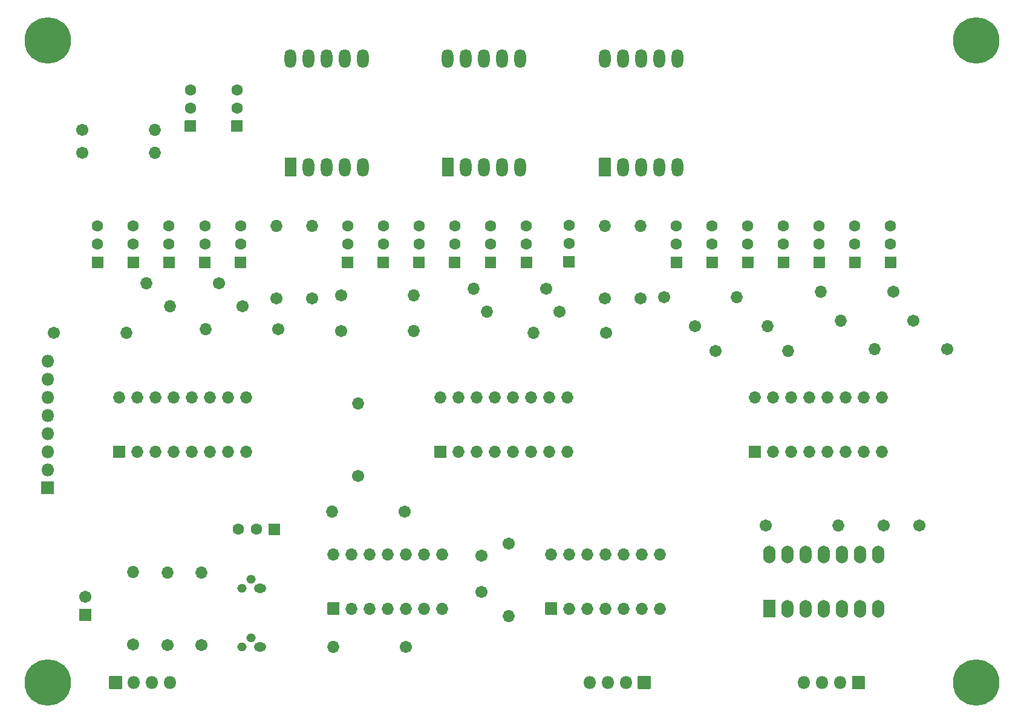
<source format=gbr>
%TF.GenerationSoftware,KiCad,Pcbnew,(5.1.10-1-10_14)*%
%TF.CreationDate,2021-06-26T21:10:23+10:00*%
%TF.ProjectId,Octal display,4f637461-6c20-4646-9973-706c61792e6b,rev?*%
%TF.SameCoordinates,Original*%
%TF.FileFunction,Soldermask,Top*%
%TF.FilePolarity,Negative*%
%FSLAX46Y46*%
G04 Gerber Fmt 4.6, Leading zero omitted, Abs format (unit mm)*
G04 Created by KiCad (PCBNEW (5.1.10-1-10_14)) date 2021-06-26 21:10:23*
%MOMM*%
%LPD*%
G01*
G04 APERTURE LIST*
%ADD10O,1.802000X1.802000*%
%ADD11C,1.702000*%
%ADD12O,1.702000X1.702000*%
%ADD13O,1.302000X1.302000*%
%ADD14O,1.702000X1.302000*%
%ADD15C,1.602000*%
%ADD16C,0.902000*%
%ADD17C,6.502000*%
%ADD18O,1.626000X2.626000*%
%ADD19O,1.702000X2.502000*%
G04 APERTURE END LIST*
D10*
%TO.C,J4*%
X72120000Y-145000000D03*
X69580000Y-145000000D03*
X67040000Y-145000000D03*
G36*
G01*
X63650000Y-144099000D02*
X65350000Y-144099000D01*
G75*
G02*
X65401000Y-144150000I0J-51000D01*
G01*
X65401000Y-145850000D01*
G75*
G02*
X65350000Y-145901000I-51000J0D01*
G01*
X63650000Y-145901000D01*
G75*
G02*
X63599000Y-145850000I0J51000D01*
G01*
X63599000Y-144150000D01*
G75*
G02*
X63650000Y-144099000I51000J0D01*
G01*
G37*
%TD*%
D11*
%TO.C,C2*%
X115750000Y-127250000D03*
X115750000Y-132250000D03*
%TD*%
%TO.C,C3*%
X60250000Y-133000000D03*
G36*
G01*
X61050000Y-136351000D02*
X59450000Y-136351000D01*
G75*
G02*
X59399000Y-136300000I0J51000D01*
G01*
X59399000Y-134700000D01*
G75*
G02*
X59450000Y-134649000I51000J0D01*
G01*
X61050000Y-134649000D01*
G75*
G02*
X61101000Y-134700000I0J-51000D01*
G01*
X61101000Y-136300000D01*
G75*
G02*
X61050000Y-136351000I-51000J0D01*
G01*
G37*
%TD*%
D12*
%TO.C,R29*%
X67000000Y-129500000D03*
D11*
X67000000Y-139660000D03*
%TD*%
D12*
%TO.C,R28*%
X71750000Y-129590000D03*
D11*
X71750000Y-139750000D03*
%TD*%
D13*
%TO.C,Q24*%
X82210000Y-140000000D03*
X83480000Y-138730000D03*
D14*
X84750000Y-140000000D03*
%TD*%
D13*
%TO.C,Q23*%
X82210000Y-131750000D03*
X83480000Y-130480000D03*
D14*
X84750000Y-131750000D03*
%TD*%
%TO.C,D1*%
G36*
G01*
X87551000Y-122750000D02*
X87551000Y-124250000D01*
G75*
G02*
X87500000Y-124301000I-51000J0D01*
G01*
X86000000Y-124301000D01*
G75*
G02*
X85949000Y-124250000I0J51000D01*
G01*
X85949000Y-122750000D01*
G75*
G02*
X86000000Y-122699000I51000J0D01*
G01*
X87500000Y-122699000D01*
G75*
G02*
X87551000Y-122750000I0J-51000D01*
G01*
G37*
D15*
X81670000Y-123500000D03*
X84210000Y-123500000D03*
%TD*%
D12*
%TO.C,U6*%
X95000000Y-127000000D03*
X110240000Y-134620000D03*
X97540000Y-127000000D03*
X107700000Y-134620000D03*
X100080000Y-127000000D03*
X105160000Y-134620000D03*
X102620000Y-127000000D03*
X102620000Y-134620000D03*
X105160000Y-127000000D03*
X100080000Y-134620000D03*
X107700000Y-127000000D03*
X97540000Y-134620000D03*
X110240000Y-127000000D03*
G36*
G01*
X95800000Y-135471000D02*
X94200000Y-135471000D01*
G75*
G02*
X94149000Y-135420000I0J51000D01*
G01*
X94149000Y-133820000D01*
G75*
G02*
X94200000Y-133769000I51000J0D01*
G01*
X95800000Y-133769000D01*
G75*
G02*
X95851000Y-133820000I0J-51000D01*
G01*
X95851000Y-135420000D01*
G75*
G02*
X95800000Y-135471000I-51000J0D01*
G01*
G37*
%TD*%
%TO.C,R27*%
X98500000Y-105840000D03*
D11*
X98500000Y-116000000D03*
%TD*%
D12*
%TO.C,R26*%
X95000000Y-140000000D03*
D11*
X105160000Y-140000000D03*
%TD*%
D12*
%TO.C,R25*%
X76500000Y-129590000D03*
D11*
X76500000Y-139750000D03*
%TD*%
D12*
%TO.C,R24*%
X94840000Y-121000000D03*
D11*
X105000000Y-121000000D03*
%TD*%
D12*
%TO.C,R23*%
X119500000Y-135660000D03*
D11*
X119500000Y-125500000D03*
%TD*%
D10*
%TO.C,J3*%
X130880000Y-145000000D03*
X133420000Y-145000000D03*
X135960000Y-145000000D03*
G36*
G01*
X139350000Y-145901000D02*
X137650000Y-145901000D01*
G75*
G02*
X137599000Y-145850000I0J51000D01*
G01*
X137599000Y-144150000D01*
G75*
G02*
X137650000Y-144099000I51000J0D01*
G01*
X139350000Y-144099000D01*
G75*
G02*
X139401000Y-144150000I0J-51000D01*
G01*
X139401000Y-145850000D01*
G75*
G02*
X139350000Y-145901000I-51000J0D01*
G01*
G37*
%TD*%
D12*
%TO.C,U5*%
X125500000Y-127000000D03*
X140740000Y-134620000D03*
X128040000Y-127000000D03*
X138200000Y-134620000D03*
X130580000Y-127000000D03*
X135660000Y-134620000D03*
X133120000Y-127000000D03*
X133120000Y-134620000D03*
X135660000Y-127000000D03*
X130580000Y-134620000D03*
X138200000Y-127000000D03*
X128040000Y-134620000D03*
X140740000Y-127000000D03*
G36*
G01*
X126300000Y-135471000D02*
X124700000Y-135471000D01*
G75*
G02*
X124649000Y-135420000I0J51000D01*
G01*
X124649000Y-133820000D01*
G75*
G02*
X124700000Y-133769000I51000J0D01*
G01*
X126300000Y-133769000D01*
G75*
G02*
X126351000Y-133820000I0J-51000D01*
G01*
X126351000Y-135420000D01*
G75*
G02*
X126300000Y-135471000I-51000J0D01*
G01*
G37*
%TD*%
%TO.C,R22*%
X165660000Y-123000000D03*
D11*
X155500000Y-123000000D03*
%TD*%
%TO.C,C1*%
X177000000Y-123000000D03*
X172000000Y-123000000D03*
%TD*%
D16*
%TO.C,H4*%
X56697056Y-143302944D03*
X55000000Y-142600000D03*
X53302944Y-143302944D03*
X52600000Y-145000000D03*
X53302944Y-146697056D03*
X55000000Y-147400000D03*
X56697056Y-146697056D03*
X57400000Y-145000000D03*
D17*
X55000000Y-145000000D03*
%TD*%
D16*
%TO.C,H3*%
X186697056Y-143302944D03*
X185000000Y-142600000D03*
X183302944Y-143302944D03*
X182600000Y-145000000D03*
X183302944Y-146697056D03*
X185000000Y-147400000D03*
X186697056Y-146697056D03*
X187400000Y-145000000D03*
D17*
X185000000Y-145000000D03*
%TD*%
D16*
%TO.C,H2*%
X186697056Y-53302944D03*
X185000000Y-52600000D03*
X183302944Y-53302944D03*
X182600000Y-55000000D03*
X183302944Y-56697056D03*
X185000000Y-57400000D03*
X186697056Y-56697056D03*
X187400000Y-55000000D03*
D17*
X185000000Y-55000000D03*
%TD*%
D16*
%TO.C,H1*%
X56697056Y-53302944D03*
X55000000Y-52600000D03*
X53302944Y-53302944D03*
X52600000Y-55000000D03*
X53302944Y-56697056D03*
X55000000Y-57400000D03*
X56697056Y-56697056D03*
X57400000Y-55000000D03*
D17*
X55000000Y-55000000D03*
%TD*%
D10*
%TO.C,J2*%
X160880000Y-145000000D03*
X163420000Y-145000000D03*
X165960000Y-145000000D03*
G36*
G01*
X169350000Y-145901000D02*
X167650000Y-145901000D01*
G75*
G02*
X167599000Y-145850000I0J51000D01*
G01*
X167599000Y-144150000D01*
G75*
G02*
X167650000Y-144099000I51000J0D01*
G01*
X169350000Y-144099000D01*
G75*
G02*
X169401000Y-144150000I0J-51000D01*
G01*
X169401000Y-145850000D01*
G75*
G02*
X169350000Y-145901000I-51000J0D01*
G01*
G37*
%TD*%
%TO.C,J1*%
X55000000Y-99920000D03*
X55000000Y-102460000D03*
X55000000Y-105000000D03*
X55000000Y-107540000D03*
X55000000Y-110080000D03*
X55000000Y-112620000D03*
X55000000Y-115160000D03*
G36*
G01*
X54099000Y-118550000D02*
X54099000Y-116850000D01*
G75*
G02*
X54150000Y-116799000I51000J0D01*
G01*
X55850000Y-116799000D01*
G75*
G02*
X55901000Y-116850000I0J-51000D01*
G01*
X55901000Y-118550000D01*
G75*
G02*
X55850000Y-118601000I-51000J0D01*
G01*
X54150000Y-118601000D01*
G75*
G02*
X54099000Y-118550000I0J51000D01*
G01*
G37*
%TD*%
%TO.C,AFF2*%
G36*
G01*
X110187000Y-74002000D02*
X110187000Y-71478000D01*
G75*
G02*
X110238000Y-71427000I51000J0D01*
G01*
X111762000Y-71427000D01*
G75*
G02*
X111813000Y-71478000I0J-51000D01*
G01*
X111813000Y-74002000D01*
G75*
G02*
X111762000Y-74053000I-51000J0D01*
G01*
X110238000Y-74053000D01*
G75*
G02*
X110187000Y-74002000I0J51000D01*
G01*
G37*
D18*
X113540000Y-72740000D03*
X116080000Y-72740000D03*
X118620000Y-72740000D03*
X121160000Y-72740000D03*
X121160000Y-57500000D03*
X118620000Y-57500000D03*
X116080000Y-57500000D03*
X113540000Y-57500000D03*
X111000000Y-57500000D03*
%TD*%
D12*
%TO.C,R2*%
X68840000Y-89000000D03*
D11*
X79000000Y-89000000D03*
%TD*%
D12*
%TO.C,U2*%
X65000000Y-105000000D03*
X82780000Y-112620000D03*
X67540000Y-105000000D03*
X80240000Y-112620000D03*
X70080000Y-105000000D03*
X77700000Y-112620000D03*
X72620000Y-105000000D03*
X75160000Y-112620000D03*
X75160000Y-105000000D03*
X72620000Y-112620000D03*
X77700000Y-105000000D03*
X70080000Y-112620000D03*
X80240000Y-105000000D03*
X67540000Y-112620000D03*
X82780000Y-105000000D03*
G36*
G01*
X65800000Y-113471000D02*
X64200000Y-113471000D01*
G75*
G02*
X64149000Y-113420000I0J51000D01*
G01*
X64149000Y-111820000D01*
G75*
G02*
X64200000Y-111769000I51000J0D01*
G01*
X65800000Y-111769000D01*
G75*
G02*
X65851000Y-111820000I0J-51000D01*
G01*
X65851000Y-113420000D01*
G75*
G02*
X65800000Y-113471000I-51000J0D01*
G01*
G37*
%TD*%
%TO.C,U4*%
X154000000Y-105000000D03*
X171780000Y-112620000D03*
X156540000Y-105000000D03*
X169240000Y-112620000D03*
X159080000Y-105000000D03*
X166700000Y-112620000D03*
X161620000Y-105000000D03*
X164160000Y-112620000D03*
X164160000Y-105000000D03*
X161620000Y-112620000D03*
X166700000Y-105000000D03*
X159080000Y-112620000D03*
X169240000Y-105000000D03*
X156540000Y-112620000D03*
X171780000Y-105000000D03*
G36*
G01*
X154800000Y-113471000D02*
X153200000Y-113471000D01*
G75*
G02*
X153149000Y-113420000I0J51000D01*
G01*
X153149000Y-111820000D01*
G75*
G02*
X153200000Y-111769000I51000J0D01*
G01*
X154800000Y-111769000D01*
G75*
G02*
X154851000Y-111820000I0J-51000D01*
G01*
X154851000Y-113420000D01*
G75*
G02*
X154800000Y-113471000I-51000J0D01*
G01*
G37*
%TD*%
%TO.C,U3*%
X110000000Y-105000000D03*
X127780000Y-112620000D03*
X112540000Y-105000000D03*
X125240000Y-112620000D03*
X115080000Y-105000000D03*
X122700000Y-112620000D03*
X117620000Y-105000000D03*
X120160000Y-112620000D03*
X120160000Y-105000000D03*
X117620000Y-112620000D03*
X122700000Y-105000000D03*
X115080000Y-112620000D03*
X125240000Y-105000000D03*
X112540000Y-112620000D03*
X127780000Y-105000000D03*
G36*
G01*
X110800000Y-113471000D02*
X109200000Y-113471000D01*
G75*
G02*
X109149000Y-113420000I0J51000D01*
G01*
X109149000Y-111820000D01*
G75*
G02*
X109200000Y-111769000I51000J0D01*
G01*
X110800000Y-111769000D01*
G75*
G02*
X110851000Y-111820000I0J-51000D01*
G01*
X110851000Y-113420000D01*
G75*
G02*
X110800000Y-113471000I-51000J0D01*
G01*
G37*
%TD*%
D19*
%TO.C,U1*%
X156000000Y-127000000D03*
X171240000Y-134620000D03*
X158540000Y-127000000D03*
X168700000Y-134620000D03*
X161080000Y-127000000D03*
X166160000Y-134620000D03*
X163620000Y-127000000D03*
X163620000Y-134620000D03*
X166160000Y-127000000D03*
X161080000Y-134620000D03*
X168700000Y-127000000D03*
X158540000Y-134620000D03*
X171240000Y-127000000D03*
G36*
G01*
X156800000Y-135871000D02*
X155200000Y-135871000D01*
G75*
G02*
X155149000Y-135820000I0J51000D01*
G01*
X155149000Y-133420000D01*
G75*
G02*
X155200000Y-133369000I51000J0D01*
G01*
X156800000Y-133369000D01*
G75*
G02*
X156851000Y-133420000I0J-51000D01*
G01*
X156851000Y-135820000D01*
G75*
G02*
X156800000Y-135871000I-51000J0D01*
G01*
G37*
%TD*%
D12*
%TO.C,R21*%
X151500000Y-91000000D03*
D11*
X141340000Y-91000000D03*
%TD*%
D12*
%TO.C,R20*%
X138000000Y-81000000D03*
D11*
X138000000Y-91160000D03*
%TD*%
D12*
%TO.C,R19*%
X170750000Y-98250000D03*
D11*
X180910000Y-98250000D03*
%TD*%
D12*
%TO.C,R18*%
X166000000Y-94250000D03*
D11*
X176160000Y-94250000D03*
%TD*%
D12*
%TO.C,R17*%
X163250000Y-90250000D03*
D11*
X173410000Y-90250000D03*
%TD*%
D12*
%TO.C,R16*%
X158660000Y-98500000D03*
D11*
X148500000Y-98500000D03*
%TD*%
D12*
%TO.C,R15*%
X155750000Y-95000000D03*
D11*
X145590000Y-95000000D03*
%TD*%
D12*
%TO.C,R14*%
X106250000Y-95750000D03*
D11*
X96090000Y-95750000D03*
%TD*%
D12*
%TO.C,R13*%
X92000000Y-81000000D03*
D11*
X92000000Y-91160000D03*
%TD*%
D12*
%TO.C,R12*%
X133000000Y-81000000D03*
D11*
X133000000Y-91160000D03*
%TD*%
D12*
%TO.C,R11*%
X123000000Y-96000000D03*
D11*
X133160000Y-96000000D03*
%TD*%
D12*
%TO.C,R10*%
X116500000Y-93000000D03*
D11*
X126660000Y-93000000D03*
%TD*%
D12*
%TO.C,R9*%
X114590000Y-89750000D03*
D11*
X124750000Y-89750000D03*
%TD*%
D12*
%TO.C,R8*%
X106250000Y-90750000D03*
D11*
X96090000Y-90750000D03*
%TD*%
D12*
%TO.C,R7*%
X70000000Y-70750000D03*
D11*
X59840000Y-70750000D03*
%TD*%
D12*
%TO.C,R6*%
X70000000Y-67500000D03*
D11*
X59840000Y-67500000D03*
%TD*%
D12*
%TO.C,R5*%
X87000000Y-81000000D03*
D11*
X87000000Y-91160000D03*
%TD*%
D12*
%TO.C,R4*%
X77090000Y-95500000D03*
D11*
X87250000Y-95500000D03*
%TD*%
D12*
%TO.C,R3*%
X72090000Y-92250000D03*
D11*
X82250000Y-92250000D03*
%TD*%
D12*
%TO.C,R1*%
X66000000Y-96000000D03*
D11*
X55840000Y-96000000D03*
%TD*%
%TO.C,Q21*%
G36*
G01*
X148750000Y-86881000D02*
X147250000Y-86881000D01*
G75*
G02*
X147199000Y-86830000I0J51000D01*
G01*
X147199000Y-85330000D01*
G75*
G02*
X147250000Y-85279000I51000J0D01*
G01*
X148750000Y-85279000D01*
G75*
G02*
X148801000Y-85330000I0J-51000D01*
G01*
X148801000Y-86830000D01*
G75*
G02*
X148750000Y-86881000I-51000J0D01*
G01*
G37*
D15*
X148000000Y-81000000D03*
X148000000Y-83540000D03*
%TD*%
%TO.C,Q20*%
G36*
G01*
X143750000Y-86881000D02*
X142250000Y-86881000D01*
G75*
G02*
X142199000Y-86830000I0J51000D01*
G01*
X142199000Y-85330000D01*
G75*
G02*
X142250000Y-85279000I51000J0D01*
G01*
X143750000Y-85279000D01*
G75*
G02*
X143801000Y-85330000I0J-51000D01*
G01*
X143801000Y-86830000D01*
G75*
G02*
X143750000Y-86881000I-51000J0D01*
G01*
G37*
X143000000Y-81000000D03*
X143000000Y-83540000D03*
%TD*%
%TO.C,Q19*%
G36*
G01*
X173750000Y-86881000D02*
X172250000Y-86881000D01*
G75*
G02*
X172199000Y-86830000I0J51000D01*
G01*
X172199000Y-85330000D01*
G75*
G02*
X172250000Y-85279000I51000J0D01*
G01*
X173750000Y-85279000D01*
G75*
G02*
X173801000Y-85330000I0J-51000D01*
G01*
X173801000Y-86830000D01*
G75*
G02*
X173750000Y-86881000I-51000J0D01*
G01*
G37*
X173000000Y-81000000D03*
X173000000Y-83540000D03*
%TD*%
%TO.C,Q18*%
G36*
G01*
X168750000Y-86881000D02*
X167250000Y-86881000D01*
G75*
G02*
X167199000Y-86830000I0J51000D01*
G01*
X167199000Y-85330000D01*
G75*
G02*
X167250000Y-85279000I51000J0D01*
G01*
X168750000Y-85279000D01*
G75*
G02*
X168801000Y-85330000I0J-51000D01*
G01*
X168801000Y-86830000D01*
G75*
G02*
X168750000Y-86881000I-51000J0D01*
G01*
G37*
X168000000Y-81000000D03*
X168000000Y-83540000D03*
%TD*%
%TO.C,Q17*%
G36*
G01*
X163750000Y-86881000D02*
X162250000Y-86881000D01*
G75*
G02*
X162199000Y-86830000I0J51000D01*
G01*
X162199000Y-85330000D01*
G75*
G02*
X162250000Y-85279000I51000J0D01*
G01*
X163750000Y-85279000D01*
G75*
G02*
X163801000Y-85330000I0J-51000D01*
G01*
X163801000Y-86830000D01*
G75*
G02*
X163750000Y-86881000I-51000J0D01*
G01*
G37*
X163000000Y-81000000D03*
X163000000Y-83540000D03*
%TD*%
%TO.C,Q16*%
G36*
G01*
X158750000Y-86881000D02*
X157250000Y-86881000D01*
G75*
G02*
X157199000Y-86830000I0J51000D01*
G01*
X157199000Y-85330000D01*
G75*
G02*
X157250000Y-85279000I51000J0D01*
G01*
X158750000Y-85279000D01*
G75*
G02*
X158801000Y-85330000I0J-51000D01*
G01*
X158801000Y-86830000D01*
G75*
G02*
X158750000Y-86881000I-51000J0D01*
G01*
G37*
X158000000Y-81000000D03*
X158000000Y-83540000D03*
%TD*%
%TO.C,Q15*%
G36*
G01*
X153750000Y-86881000D02*
X152250000Y-86881000D01*
G75*
G02*
X152199000Y-86830000I0J51000D01*
G01*
X152199000Y-85330000D01*
G75*
G02*
X152250000Y-85279000I51000J0D01*
G01*
X153750000Y-85279000D01*
G75*
G02*
X153801000Y-85330000I0J-51000D01*
G01*
X153801000Y-86830000D01*
G75*
G02*
X153750000Y-86881000I-51000J0D01*
G01*
G37*
X153000000Y-81000000D03*
X153000000Y-83540000D03*
%TD*%
%TO.C,Q14*%
G36*
G01*
X102750000Y-86881000D02*
X101250000Y-86881000D01*
G75*
G02*
X101199000Y-86830000I0J51000D01*
G01*
X101199000Y-85330000D01*
G75*
G02*
X101250000Y-85279000I51000J0D01*
G01*
X102750000Y-85279000D01*
G75*
G02*
X102801000Y-85330000I0J-51000D01*
G01*
X102801000Y-86830000D01*
G75*
G02*
X102750000Y-86881000I-51000J0D01*
G01*
G37*
X102000000Y-81000000D03*
X102000000Y-83540000D03*
%TD*%
%TO.C,Q13*%
G36*
G01*
X97750000Y-86881000D02*
X96250000Y-86881000D01*
G75*
G02*
X96199000Y-86830000I0J51000D01*
G01*
X96199000Y-85330000D01*
G75*
G02*
X96250000Y-85279000I51000J0D01*
G01*
X97750000Y-85279000D01*
G75*
G02*
X97801000Y-85330000I0J-51000D01*
G01*
X97801000Y-86830000D01*
G75*
G02*
X97750000Y-86881000I-51000J0D01*
G01*
G37*
X97000000Y-81000000D03*
X97000000Y-83540000D03*
%TD*%
%TO.C,Q12*%
G36*
G01*
X128750000Y-86801000D02*
X127250000Y-86801000D01*
G75*
G02*
X127199000Y-86750000I0J51000D01*
G01*
X127199000Y-85250000D01*
G75*
G02*
X127250000Y-85199000I51000J0D01*
G01*
X128750000Y-85199000D01*
G75*
G02*
X128801000Y-85250000I0J-51000D01*
G01*
X128801000Y-86750000D01*
G75*
G02*
X128750000Y-86801000I-51000J0D01*
G01*
G37*
X128000000Y-80920000D03*
X128000000Y-83460000D03*
%TD*%
%TO.C,Q11*%
G36*
G01*
X122750000Y-86881000D02*
X121250000Y-86881000D01*
G75*
G02*
X121199000Y-86830000I0J51000D01*
G01*
X121199000Y-85330000D01*
G75*
G02*
X121250000Y-85279000I51000J0D01*
G01*
X122750000Y-85279000D01*
G75*
G02*
X122801000Y-85330000I0J-51000D01*
G01*
X122801000Y-86830000D01*
G75*
G02*
X122750000Y-86881000I-51000J0D01*
G01*
G37*
X122000000Y-81000000D03*
X122000000Y-83540000D03*
%TD*%
%TO.C,Q10*%
G36*
G01*
X117750000Y-86881000D02*
X116250000Y-86881000D01*
G75*
G02*
X116199000Y-86830000I0J51000D01*
G01*
X116199000Y-85330000D01*
G75*
G02*
X116250000Y-85279000I51000J0D01*
G01*
X117750000Y-85279000D01*
G75*
G02*
X117801000Y-85330000I0J-51000D01*
G01*
X117801000Y-86830000D01*
G75*
G02*
X117750000Y-86881000I-51000J0D01*
G01*
G37*
X117000000Y-81000000D03*
X117000000Y-83540000D03*
%TD*%
%TO.C,Q9*%
G36*
G01*
X112750000Y-86881000D02*
X111250000Y-86881000D01*
G75*
G02*
X111199000Y-86830000I0J51000D01*
G01*
X111199000Y-85330000D01*
G75*
G02*
X111250000Y-85279000I51000J0D01*
G01*
X112750000Y-85279000D01*
G75*
G02*
X112801000Y-85330000I0J-51000D01*
G01*
X112801000Y-86830000D01*
G75*
G02*
X112750000Y-86881000I-51000J0D01*
G01*
G37*
X112000000Y-81000000D03*
X112000000Y-83540000D03*
%TD*%
%TO.C,Q8*%
G36*
G01*
X107750000Y-86881000D02*
X106250000Y-86881000D01*
G75*
G02*
X106199000Y-86830000I0J51000D01*
G01*
X106199000Y-85330000D01*
G75*
G02*
X106250000Y-85279000I51000J0D01*
G01*
X107750000Y-85279000D01*
G75*
G02*
X107801000Y-85330000I0J-51000D01*
G01*
X107801000Y-86830000D01*
G75*
G02*
X107750000Y-86881000I-51000J0D01*
G01*
G37*
X107000000Y-81000000D03*
X107000000Y-83540000D03*
%TD*%
%TO.C,Q7*%
G36*
G01*
X82250000Y-67801000D02*
X80750000Y-67801000D01*
G75*
G02*
X80699000Y-67750000I0J51000D01*
G01*
X80699000Y-66250000D01*
G75*
G02*
X80750000Y-66199000I51000J0D01*
G01*
X82250000Y-66199000D01*
G75*
G02*
X82301000Y-66250000I0J-51000D01*
G01*
X82301000Y-67750000D01*
G75*
G02*
X82250000Y-67801000I-51000J0D01*
G01*
G37*
X81500000Y-61920000D03*
X81500000Y-64460000D03*
%TD*%
%TO.C,Q6*%
G36*
G01*
X75750000Y-67801000D02*
X74250000Y-67801000D01*
G75*
G02*
X74199000Y-67750000I0J51000D01*
G01*
X74199000Y-66250000D01*
G75*
G02*
X74250000Y-66199000I51000J0D01*
G01*
X75750000Y-66199000D01*
G75*
G02*
X75801000Y-66250000I0J-51000D01*
G01*
X75801000Y-67750000D01*
G75*
G02*
X75750000Y-67801000I-51000J0D01*
G01*
G37*
X75000000Y-61920000D03*
X75000000Y-64460000D03*
%TD*%
%TO.C,Q5*%
G36*
G01*
X82750000Y-86881000D02*
X81250000Y-86881000D01*
G75*
G02*
X81199000Y-86830000I0J51000D01*
G01*
X81199000Y-85330000D01*
G75*
G02*
X81250000Y-85279000I51000J0D01*
G01*
X82750000Y-85279000D01*
G75*
G02*
X82801000Y-85330000I0J-51000D01*
G01*
X82801000Y-86830000D01*
G75*
G02*
X82750000Y-86881000I-51000J0D01*
G01*
G37*
X82000000Y-81000000D03*
X82000000Y-83540000D03*
%TD*%
%TO.C,Q4*%
G36*
G01*
X77750000Y-86881000D02*
X76250000Y-86881000D01*
G75*
G02*
X76199000Y-86830000I0J51000D01*
G01*
X76199000Y-85330000D01*
G75*
G02*
X76250000Y-85279000I51000J0D01*
G01*
X77750000Y-85279000D01*
G75*
G02*
X77801000Y-85330000I0J-51000D01*
G01*
X77801000Y-86830000D01*
G75*
G02*
X77750000Y-86881000I-51000J0D01*
G01*
G37*
X77000000Y-81000000D03*
X77000000Y-83540000D03*
%TD*%
%TO.C,Q3*%
G36*
G01*
X72750000Y-86881000D02*
X71250000Y-86881000D01*
G75*
G02*
X71199000Y-86830000I0J51000D01*
G01*
X71199000Y-85330000D01*
G75*
G02*
X71250000Y-85279000I51000J0D01*
G01*
X72750000Y-85279000D01*
G75*
G02*
X72801000Y-85330000I0J-51000D01*
G01*
X72801000Y-86830000D01*
G75*
G02*
X72750000Y-86881000I-51000J0D01*
G01*
G37*
X72000000Y-81000000D03*
X72000000Y-83540000D03*
%TD*%
%TO.C,Q2*%
G36*
G01*
X67750000Y-86881000D02*
X66250000Y-86881000D01*
G75*
G02*
X66199000Y-86830000I0J51000D01*
G01*
X66199000Y-85330000D01*
G75*
G02*
X66250000Y-85279000I51000J0D01*
G01*
X67750000Y-85279000D01*
G75*
G02*
X67801000Y-85330000I0J-51000D01*
G01*
X67801000Y-86830000D01*
G75*
G02*
X67750000Y-86881000I-51000J0D01*
G01*
G37*
X67000000Y-81000000D03*
X67000000Y-83540000D03*
%TD*%
%TO.C,Q1*%
G36*
G01*
X62750000Y-86881000D02*
X61250000Y-86881000D01*
G75*
G02*
X61199000Y-86830000I0J51000D01*
G01*
X61199000Y-85330000D01*
G75*
G02*
X61250000Y-85279000I51000J0D01*
G01*
X62750000Y-85279000D01*
G75*
G02*
X62801000Y-85330000I0J-51000D01*
G01*
X62801000Y-86830000D01*
G75*
G02*
X62750000Y-86881000I-51000J0D01*
G01*
G37*
X62000000Y-81000000D03*
X62000000Y-83540000D03*
%TD*%
%TO.C,AFF3*%
G36*
G01*
X132187000Y-74002000D02*
X132187000Y-71478000D01*
G75*
G02*
X132238000Y-71427000I51000J0D01*
G01*
X133762000Y-71427000D01*
G75*
G02*
X133813000Y-71478000I0J-51000D01*
G01*
X133813000Y-74002000D01*
G75*
G02*
X133762000Y-74053000I-51000J0D01*
G01*
X132238000Y-74053000D01*
G75*
G02*
X132187000Y-74002000I0J51000D01*
G01*
G37*
D18*
X135540000Y-72740000D03*
X138080000Y-72740000D03*
X140620000Y-72740000D03*
X143160000Y-72740000D03*
X143160000Y-57500000D03*
X140620000Y-57500000D03*
X138080000Y-57500000D03*
X135540000Y-57500000D03*
X133000000Y-57500000D03*
%TD*%
%TO.C,AFF1*%
G36*
G01*
X88187000Y-74002000D02*
X88187000Y-71478000D01*
G75*
G02*
X88238000Y-71427000I51000J0D01*
G01*
X89762000Y-71427000D01*
G75*
G02*
X89813000Y-71478000I0J-51000D01*
G01*
X89813000Y-74002000D01*
G75*
G02*
X89762000Y-74053000I-51000J0D01*
G01*
X88238000Y-74053000D01*
G75*
G02*
X88187000Y-74002000I0J51000D01*
G01*
G37*
X91540000Y-72740000D03*
X94080000Y-72740000D03*
X96620000Y-72740000D03*
X99160000Y-72740000D03*
X99160000Y-57500000D03*
X96620000Y-57500000D03*
X94080000Y-57500000D03*
X91540000Y-57500000D03*
X89000000Y-57500000D03*
%TD*%
M02*

</source>
